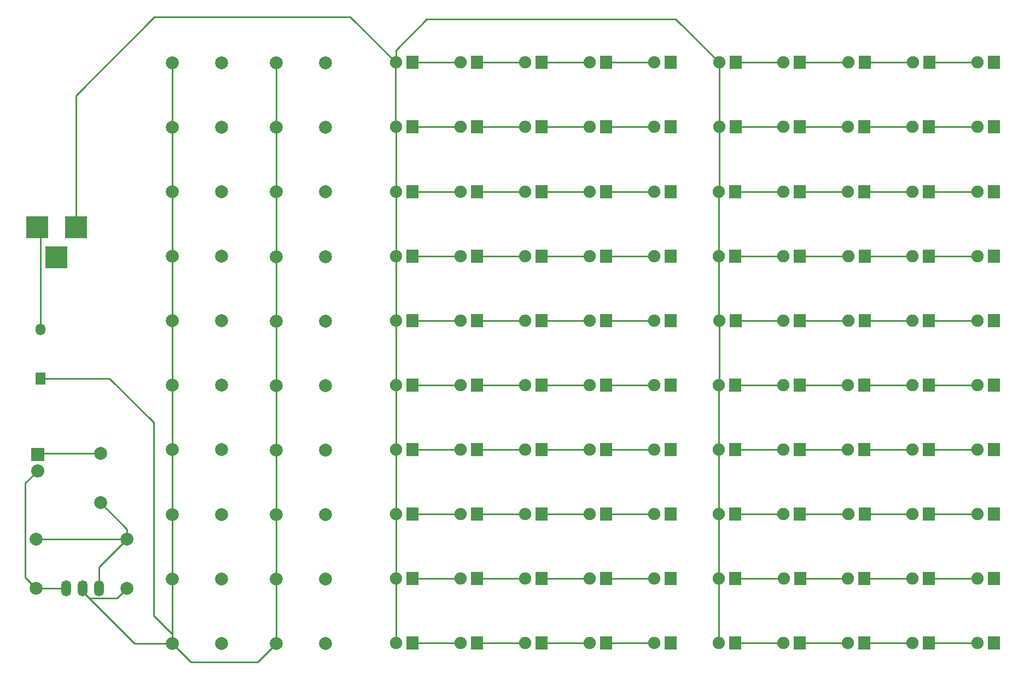
<source format=gbr>
G04 #@! TF.FileFunction,Copper,L1,Top,Signal*
%FSLAX46Y46*%
G04 Gerber Fmt 4.6, Leading zero omitted, Abs format (unit mm)*
G04 Created by KiCad (PCBNEW 4.0.2-stable) date Monday, 06 March 2017 12:37:51*
%MOMM*%
G01*
G04 APERTURE LIST*
%ADD10C,0.100000*%
%ADD11R,3.500120X3.500120*%
%ADD12R,1.900000X2.000000*%
%ADD13C,1.900000*%
%ADD14R,2.032000X2.032000*%
%ADD15O,2.032000X2.032000*%
%ADD16O,1.501140X2.499360*%
%ADD17C,1.998980*%
%ADD18R,1.524000X1.824000*%
%ADD19O,1.524000X1.824000*%
%ADD20C,0.250000*%
G04 APERTURE END LIST*
D10*
D11*
X74700140Y-64000000D03*
X68700660Y-64000000D03*
X71700400Y-68699000D03*
D12*
X126750000Y-38500000D03*
D13*
X124210000Y-38500000D03*
D12*
X136750000Y-38500000D03*
D13*
X134210000Y-38500000D03*
D12*
X146750000Y-38500000D03*
D13*
X144210000Y-38500000D03*
D12*
X156790000Y-38500000D03*
D13*
X154250000Y-38500000D03*
D12*
X166750000Y-38500000D03*
D13*
X164210000Y-38500000D03*
D12*
X126750000Y-48500000D03*
D13*
X124210000Y-48500000D03*
D12*
X136750000Y-48500000D03*
D13*
X134210000Y-48500000D03*
D12*
X146750000Y-48500000D03*
D13*
X144210000Y-48500000D03*
D12*
X156790000Y-48500000D03*
D13*
X154250000Y-48500000D03*
D12*
X166750000Y-48500000D03*
D13*
X164210000Y-48500000D03*
D12*
X126790000Y-58500000D03*
D13*
X124250000Y-58500000D03*
D12*
X136750000Y-58500000D03*
D13*
X134210000Y-58500000D03*
D12*
X146750000Y-58500000D03*
D13*
X144210000Y-58500000D03*
D12*
X156750000Y-58500000D03*
D13*
X154210000Y-58500000D03*
D12*
X166750000Y-58500000D03*
D13*
X164210000Y-58500000D03*
D12*
X126750000Y-68500000D03*
D13*
X124210000Y-68500000D03*
D12*
X136750000Y-68500000D03*
D13*
X134210000Y-68500000D03*
D12*
X146750000Y-68500000D03*
D13*
X144210000Y-68500000D03*
D12*
X156750000Y-68500000D03*
D13*
X154210000Y-68500000D03*
D12*
X166750000Y-68500000D03*
D13*
X164210000Y-68500000D03*
D12*
X126790000Y-78500000D03*
D13*
X124250000Y-78500000D03*
D12*
X136750000Y-78500000D03*
D13*
X134210000Y-78500000D03*
D12*
X146750000Y-78500000D03*
D13*
X144210000Y-78500000D03*
D12*
X156750000Y-78500000D03*
D13*
X154210000Y-78500000D03*
D12*
X166790000Y-78500000D03*
D13*
X164250000Y-78500000D03*
D12*
X126750000Y-88500000D03*
D13*
X124210000Y-88500000D03*
D12*
X136790000Y-88500000D03*
D13*
X134250000Y-88500000D03*
D12*
X146790000Y-88500000D03*
D13*
X144250000Y-88500000D03*
D12*
X156790000Y-88500000D03*
D13*
X154250000Y-88500000D03*
D12*
X166790000Y-88500000D03*
D13*
X164250000Y-88500000D03*
D12*
X126790000Y-98500000D03*
D13*
X124250000Y-98500000D03*
D12*
X136790000Y-98500000D03*
D13*
X134250000Y-98500000D03*
D12*
X146790000Y-98500000D03*
D13*
X144250000Y-98500000D03*
D12*
X156790000Y-98500000D03*
D13*
X154250000Y-98500000D03*
D12*
X166790000Y-98500000D03*
D13*
X164250000Y-98500000D03*
D12*
X126790000Y-108500000D03*
D13*
X124250000Y-108500000D03*
D12*
X136790000Y-108500000D03*
D13*
X134250000Y-108500000D03*
D12*
X146790000Y-108500000D03*
D13*
X144250000Y-108500000D03*
D12*
X156790000Y-108500000D03*
D13*
X154250000Y-108500000D03*
D12*
X166790000Y-108500000D03*
D13*
X164250000Y-108500000D03*
D12*
X126790000Y-118500000D03*
D13*
X124250000Y-118500000D03*
D12*
X136790000Y-118500000D03*
D13*
X134250000Y-118500000D03*
D12*
X146790000Y-118500000D03*
D13*
X144250000Y-118500000D03*
D12*
X156790000Y-118500000D03*
D13*
X154250000Y-118500000D03*
D12*
X166790000Y-118500000D03*
D13*
X164250000Y-118500000D03*
D12*
X126790000Y-128500000D03*
D13*
X124250000Y-128500000D03*
D12*
X136790000Y-128500000D03*
D13*
X134250000Y-128500000D03*
D12*
X146790000Y-128500000D03*
D13*
X144250000Y-128500000D03*
D12*
X156790000Y-128500000D03*
D13*
X154250000Y-128500000D03*
D12*
X166790000Y-128500000D03*
D13*
X164250000Y-128500000D03*
D12*
X176790000Y-38500000D03*
D13*
X174250000Y-38500000D03*
D12*
X186750000Y-38500000D03*
D13*
X184210000Y-38500000D03*
D12*
X196790000Y-38500000D03*
D13*
X194250000Y-38500000D03*
D12*
X206790000Y-38500000D03*
D13*
X204250000Y-38500000D03*
D12*
X216750000Y-38500000D03*
D13*
X214210000Y-38500000D03*
D12*
X176790000Y-48500000D03*
D13*
X174250000Y-48500000D03*
D12*
X186750000Y-48500000D03*
D13*
X184210000Y-48500000D03*
D12*
X196750000Y-48500000D03*
D13*
X194210000Y-48500000D03*
D12*
X206750000Y-48500000D03*
D13*
X204210000Y-48500000D03*
D12*
X216750000Y-48500000D03*
D13*
X214210000Y-48500000D03*
D12*
X176750000Y-58500000D03*
D13*
X174210000Y-58500000D03*
D12*
X186750000Y-58500000D03*
D13*
X184210000Y-58500000D03*
D12*
X196750000Y-58500000D03*
D13*
X194210000Y-58500000D03*
D12*
X206750000Y-58500000D03*
D13*
X204210000Y-58500000D03*
D12*
X216750000Y-58500000D03*
D13*
X214210000Y-58500000D03*
D12*
X176750000Y-68500000D03*
D13*
X174210000Y-68500000D03*
D12*
X186750000Y-68500000D03*
D13*
X184210000Y-68500000D03*
D12*
X196790000Y-68500000D03*
D13*
X194250000Y-68500000D03*
D12*
X206750000Y-68500000D03*
D13*
X204210000Y-68500000D03*
D12*
X216750000Y-68500000D03*
D13*
X214210000Y-68500000D03*
D12*
X176790000Y-78500000D03*
D13*
X174250000Y-78500000D03*
D12*
X186750000Y-78500000D03*
D13*
X184210000Y-78500000D03*
D12*
X196790000Y-78500000D03*
D13*
X194250000Y-78500000D03*
D12*
X206750000Y-78500000D03*
D13*
X204210000Y-78500000D03*
D12*
X216750000Y-78500000D03*
D13*
X214210000Y-78500000D03*
D12*
X176750000Y-88500000D03*
D13*
X174210000Y-88500000D03*
D12*
X186750000Y-88500000D03*
D13*
X184210000Y-88500000D03*
D12*
X196750000Y-88500000D03*
D13*
X194210000Y-88500000D03*
D12*
X206750000Y-88500000D03*
D13*
X204210000Y-88500000D03*
D12*
X216750000Y-88500000D03*
D13*
X214210000Y-88500000D03*
D12*
X176750000Y-98500000D03*
D13*
X174210000Y-98500000D03*
D12*
X186750000Y-98500000D03*
D13*
X184210000Y-98500000D03*
D12*
X196750000Y-98500000D03*
D13*
X194210000Y-98500000D03*
D12*
X206750000Y-98500000D03*
D13*
X204210000Y-98500000D03*
D12*
X216750000Y-98500000D03*
D13*
X214210000Y-98500000D03*
D12*
X176750000Y-108500000D03*
D13*
X174210000Y-108500000D03*
D12*
X186750000Y-108500000D03*
D13*
X184210000Y-108500000D03*
D12*
X196790000Y-108500000D03*
D13*
X194250000Y-108500000D03*
D12*
X206750000Y-108500000D03*
D13*
X204210000Y-108500000D03*
D12*
X216750000Y-108500000D03*
D13*
X214210000Y-108500000D03*
D12*
X176750000Y-118500000D03*
D13*
X174210000Y-118500000D03*
D12*
X186790000Y-118500000D03*
D13*
X184250000Y-118500000D03*
D12*
X196750000Y-118500000D03*
D13*
X194210000Y-118500000D03*
D12*
X206750000Y-118500000D03*
D13*
X204210000Y-118500000D03*
D12*
X216750000Y-118500000D03*
D13*
X214210000Y-118500000D03*
D12*
X176750000Y-128500000D03*
D13*
X174210000Y-128500000D03*
D12*
X186750000Y-128500000D03*
D13*
X184210000Y-128500000D03*
D12*
X196750000Y-128500000D03*
D13*
X194210000Y-128500000D03*
D12*
X206750000Y-128500000D03*
D13*
X204210000Y-128500000D03*
D12*
X216750000Y-128500000D03*
D13*
X214210000Y-128500000D03*
D14*
X68750000Y-99250000D03*
D15*
X68750000Y-101790000D03*
D16*
X75710000Y-119986000D03*
X78250000Y-119986000D03*
X73170000Y-119986000D03*
D17*
X97225000Y-38550000D03*
X89605000Y-38550000D03*
X97225000Y-48547222D03*
X89605000Y-48547222D03*
X97225000Y-58544444D03*
X89605000Y-58544444D03*
X97225000Y-68541666D03*
X89605000Y-68541666D03*
X97225000Y-78538888D03*
X89605000Y-78538888D03*
X97225000Y-88536110D03*
X89605000Y-88536110D03*
X97225000Y-98533332D03*
X89605000Y-98533332D03*
X97225000Y-108530554D03*
X89605000Y-108530554D03*
X97225000Y-118527776D03*
X89605000Y-118527776D03*
X97225000Y-128524998D03*
X89605000Y-128524998D03*
X113325000Y-38575000D03*
X105705000Y-38575000D03*
X113325000Y-48572222D03*
X105705000Y-48572222D03*
X113325000Y-58569444D03*
X105705000Y-58569444D03*
X113325000Y-68566666D03*
X105705000Y-68566666D03*
X113325000Y-78563888D03*
X105705000Y-78563888D03*
X113325000Y-88561110D03*
X105705000Y-88561110D03*
X113325000Y-98558332D03*
X105705000Y-98558332D03*
X113325000Y-108555554D03*
X105705000Y-108555554D03*
X113325000Y-118552776D03*
X105705000Y-118552776D03*
X113325000Y-128549998D03*
X105705000Y-128549998D03*
X78500000Y-106750000D03*
X78500000Y-99130000D03*
X82625000Y-119975000D03*
X82625000Y-112355000D03*
X68525000Y-112375000D03*
X68525000Y-119995000D03*
D18*
X69250000Y-87500000D03*
D19*
X69250000Y-79880000D03*
D20*
X174210000Y-118500000D02*
X174210000Y-128500000D01*
X174210000Y-108500000D02*
X174210000Y-118500000D01*
X174210000Y-98500000D02*
X174210000Y-108500000D01*
X174210000Y-88500000D02*
X174210000Y-98500000D01*
X174250000Y-78500000D02*
X174250000Y-88460000D01*
X174250000Y-88460000D02*
X174210000Y-88500000D01*
X174210000Y-68500000D02*
X174210000Y-78460000D01*
X174210000Y-78460000D02*
X174250000Y-78500000D01*
X174210000Y-58500000D02*
X174210000Y-68500000D01*
X174250000Y-48500000D02*
X174250000Y-58460000D01*
X174250000Y-58460000D02*
X174210000Y-58500000D01*
X174250000Y-38500000D02*
X174250000Y-48500000D01*
X129025000Y-31775000D02*
X167525000Y-31775000D01*
X167525000Y-31775000D02*
X174250000Y-38500000D01*
X124210000Y-36590000D02*
X129025000Y-31775000D01*
X124210000Y-38500000D02*
X124210000Y-36590000D01*
X124250000Y-118500000D02*
X124250000Y-128500000D01*
X124250000Y-108500000D02*
X124250000Y-118500000D01*
X124250000Y-98500000D02*
X124250000Y-99843502D01*
X124250000Y-99843502D02*
X124250000Y-108500000D01*
X124210000Y-88500000D02*
X124210000Y-98460000D01*
X124210000Y-98460000D02*
X124250000Y-98500000D01*
X124250000Y-78500000D02*
X124250000Y-88460000D01*
X124250000Y-88460000D02*
X124210000Y-88500000D01*
X124210000Y-68500000D02*
X124210000Y-78460000D01*
X124210000Y-78460000D02*
X124250000Y-78500000D01*
X124250000Y-58500000D02*
X124250000Y-68460000D01*
X124250000Y-68460000D02*
X124210000Y-68500000D01*
X124210000Y-48500000D02*
X124210000Y-58460000D01*
X124210000Y-58460000D02*
X124250000Y-58500000D01*
X124210000Y-38500000D02*
X124150000Y-38560000D01*
X124150000Y-38560000D02*
X124150000Y-48500000D01*
X124150000Y-48500000D02*
X124180000Y-48530000D01*
X124180000Y-48530000D02*
X124210000Y-48500000D01*
X86850000Y-31450000D02*
X117160000Y-31450000D01*
X117160000Y-31450000D02*
X124210000Y-38500000D01*
X74700140Y-43599860D02*
X86850000Y-31450000D01*
X74700140Y-64000000D02*
X74700140Y-43599860D01*
X68750000Y-101790000D02*
X66850000Y-103690000D01*
X66850000Y-103690000D02*
X66850000Y-118320000D01*
X66850000Y-118320000D02*
X67525511Y-118995511D01*
X67525511Y-118995511D02*
X68525000Y-119995000D01*
X69250000Y-79880000D02*
X69250000Y-64549340D01*
X69250000Y-64549340D02*
X68700660Y-64000000D01*
X68525000Y-119995000D02*
X73161000Y-119995000D01*
X73161000Y-119995000D02*
X73170000Y-119986000D01*
X126750000Y-38500000D02*
X134210000Y-38500000D01*
X136750000Y-38500000D02*
X144210000Y-38500000D01*
X146750000Y-38500000D02*
X154250000Y-38500000D01*
X156790000Y-38500000D02*
X164210000Y-38500000D01*
X126750000Y-48500000D02*
X134210000Y-48500000D01*
X136750000Y-48500000D02*
X144210000Y-48500000D01*
X146750000Y-48500000D02*
X154250000Y-48500000D01*
X156790000Y-48500000D02*
X164210000Y-48500000D01*
X126790000Y-58500000D02*
X134210000Y-58500000D01*
X136750000Y-58500000D02*
X144210000Y-58500000D01*
X146750000Y-58500000D02*
X154210000Y-58500000D01*
X156750000Y-58500000D02*
X164210000Y-58500000D01*
X126750000Y-68500000D02*
X134210000Y-68500000D01*
X136750000Y-68500000D02*
X144210000Y-68500000D01*
X146750000Y-68500000D02*
X154210000Y-68500000D01*
X156750000Y-68500000D02*
X164210000Y-68500000D01*
X126790000Y-78500000D02*
X134210000Y-78500000D01*
X136750000Y-78500000D02*
X137950000Y-78500000D01*
X137950000Y-78500000D02*
X144210000Y-78500000D01*
X146750000Y-78500000D02*
X154210000Y-78500000D01*
X156750000Y-78500000D02*
X164250000Y-78500000D01*
X126750000Y-88500000D02*
X134250000Y-88500000D01*
X136790000Y-88500000D02*
X144250000Y-88500000D01*
X146790000Y-88500000D02*
X154250000Y-88500000D01*
X156790000Y-88500000D02*
X164250000Y-88500000D01*
X126790000Y-98500000D02*
X134250000Y-98500000D01*
X136790000Y-98500000D02*
X144250000Y-98500000D01*
X146790000Y-98500000D02*
X154250000Y-98500000D01*
X156790000Y-98500000D02*
X164250000Y-98500000D01*
X126790000Y-108500000D02*
X134250000Y-108500000D01*
X136790000Y-108500000D02*
X144250000Y-108500000D01*
X146790000Y-108500000D02*
X154250000Y-108500000D01*
X156790000Y-108500000D02*
X164250000Y-108500000D01*
X126790000Y-118500000D02*
X134250000Y-118500000D01*
X136790000Y-118500000D02*
X144250000Y-118500000D01*
X146790000Y-118500000D02*
X154250000Y-118500000D01*
X156790000Y-118500000D02*
X164250000Y-118500000D01*
X126790000Y-128500000D02*
X134250000Y-128500000D01*
X136790000Y-128500000D02*
X144250000Y-128500000D01*
X146790000Y-128500000D02*
X154250000Y-128500000D01*
X156790000Y-128500000D02*
X164250000Y-128500000D01*
X176790000Y-38500000D02*
X184210000Y-38500000D01*
X186750000Y-38500000D02*
X194250000Y-38500000D01*
X196790000Y-38500000D02*
X204250000Y-38500000D01*
X206790000Y-38500000D02*
X214210000Y-38500000D01*
X176790000Y-48500000D02*
X184210000Y-48500000D01*
X186750000Y-48500000D02*
X194210000Y-48500000D01*
X196750000Y-48500000D02*
X204210000Y-48500000D01*
X206750000Y-48500000D02*
X214210000Y-48500000D01*
X176750000Y-58500000D02*
X184210000Y-58500000D01*
X186750000Y-58500000D02*
X194210000Y-58500000D01*
X196750000Y-58500000D02*
X204210000Y-58500000D01*
X206750000Y-58500000D02*
X214210000Y-58500000D01*
X176750000Y-68500000D02*
X177950000Y-68500000D01*
X177950000Y-68500000D02*
X184210000Y-68500000D01*
X186750000Y-68500000D02*
X194250000Y-68500000D01*
X196790000Y-68500000D02*
X204210000Y-68500000D01*
X206750000Y-68500000D02*
X214210000Y-68500000D01*
X176790000Y-78500000D02*
X184210000Y-78500000D01*
X186750000Y-78500000D02*
X194250000Y-78500000D01*
X196790000Y-78500000D02*
X204210000Y-78500000D01*
X206750000Y-78500000D02*
X214210000Y-78500000D01*
X176750000Y-88500000D02*
X184210000Y-88500000D01*
X186750000Y-88500000D02*
X194210000Y-88500000D01*
X196750000Y-88500000D02*
X204210000Y-88500000D01*
X206750000Y-88500000D02*
X207950000Y-88500000D01*
X207950000Y-88500000D02*
X214210000Y-88500000D01*
X176750000Y-98500000D02*
X184210000Y-98500000D01*
X186750000Y-98500000D02*
X194210000Y-98500000D01*
X196750000Y-98500000D02*
X204210000Y-98500000D01*
X206750000Y-98500000D02*
X214210000Y-98500000D01*
X176750000Y-108500000D02*
X184210000Y-108500000D01*
X186750000Y-108500000D02*
X194250000Y-108500000D01*
X196790000Y-108500000D02*
X204210000Y-108500000D01*
X206750000Y-108500000D02*
X214210000Y-108500000D01*
X176750000Y-118500000D02*
X184250000Y-118500000D01*
X186790000Y-118500000D02*
X194210000Y-118500000D01*
X196750000Y-118500000D02*
X204210000Y-118500000D01*
X206750000Y-118500000D02*
X214210000Y-118500000D01*
X176750000Y-128500000D02*
X184210000Y-128500000D01*
X186750000Y-128500000D02*
X194210000Y-128500000D01*
X196750000Y-128500000D02*
X204210000Y-128500000D01*
X206750000Y-128500000D02*
X214210000Y-128500000D01*
X78500000Y-99130000D02*
X68870000Y-99130000D01*
X68870000Y-99130000D02*
X68750000Y-99250000D01*
X86700000Y-94300000D02*
X79900000Y-87500000D01*
X79900000Y-87500000D02*
X69250000Y-87500000D01*
X86700000Y-124206506D02*
X86700000Y-94300000D01*
X89605000Y-128524998D02*
X89605000Y-127111506D01*
X89605000Y-127111506D02*
X86700000Y-124206506D01*
X75710000Y-119986000D02*
X75710000Y-120485110D01*
X75710000Y-120485110D02*
X76785580Y-121560690D01*
X76785580Y-121560690D02*
X81039310Y-121560690D01*
X81039310Y-121560690D02*
X81625511Y-120974489D01*
X81625511Y-120974489D02*
X82625000Y-119975000D01*
X89605000Y-128524998D02*
X92505002Y-131425000D01*
X92505002Y-131425000D02*
X102829998Y-131425000D01*
X102829998Y-131425000D02*
X104705511Y-129549487D01*
X104705511Y-129549487D02*
X105705000Y-128549998D01*
X89605000Y-128524998D02*
X83749888Y-128524998D01*
X83749888Y-128524998D02*
X75710000Y-120485110D01*
X105705000Y-118552776D02*
X105705000Y-128549998D01*
X105705000Y-108555554D02*
X105705000Y-118552776D01*
X105705000Y-98558332D02*
X105705000Y-108555554D01*
X105705000Y-88561110D02*
X105705000Y-89974602D01*
X105705000Y-89974602D02*
X105705000Y-98558332D01*
X105705000Y-78563888D02*
X105705000Y-88561110D01*
X105705000Y-68566666D02*
X105705000Y-78563888D01*
X105705000Y-58569444D02*
X105705000Y-68566666D01*
X105705000Y-48572222D02*
X105705000Y-58569444D01*
X105705000Y-38575000D02*
X105705000Y-48572222D01*
X89605000Y-118527776D02*
X89605000Y-128524998D01*
X89605000Y-108530554D02*
X89605000Y-118527776D01*
X89605000Y-98533332D02*
X89605000Y-108530554D01*
X89605000Y-88536110D02*
X89605000Y-89949602D01*
X89605000Y-89949602D02*
X89605000Y-98533332D01*
X89605000Y-78538888D02*
X89605000Y-88536110D01*
X89605000Y-68541666D02*
X89605000Y-78538888D01*
X89605000Y-58544444D02*
X89605000Y-59957936D01*
X89605000Y-59957936D02*
X89605000Y-68541666D01*
X89605000Y-48547222D02*
X89605000Y-49960714D01*
X89605000Y-49960714D02*
X89605000Y-58544444D01*
X89605000Y-38550000D02*
X89625000Y-38570000D01*
X89625000Y-38570000D02*
X89625000Y-48527222D01*
X89625000Y-48527222D02*
X89605000Y-48547222D01*
X78250000Y-119986000D02*
X78250000Y-116730000D01*
X78250000Y-116730000D02*
X82625000Y-112355000D01*
X82625000Y-112355000D02*
X82625000Y-110875000D01*
X82625000Y-110875000D02*
X78500000Y-106750000D01*
X82625000Y-112355000D02*
X68545000Y-112355000D01*
X68545000Y-112355000D02*
X68525000Y-112375000D01*
M02*

</source>
